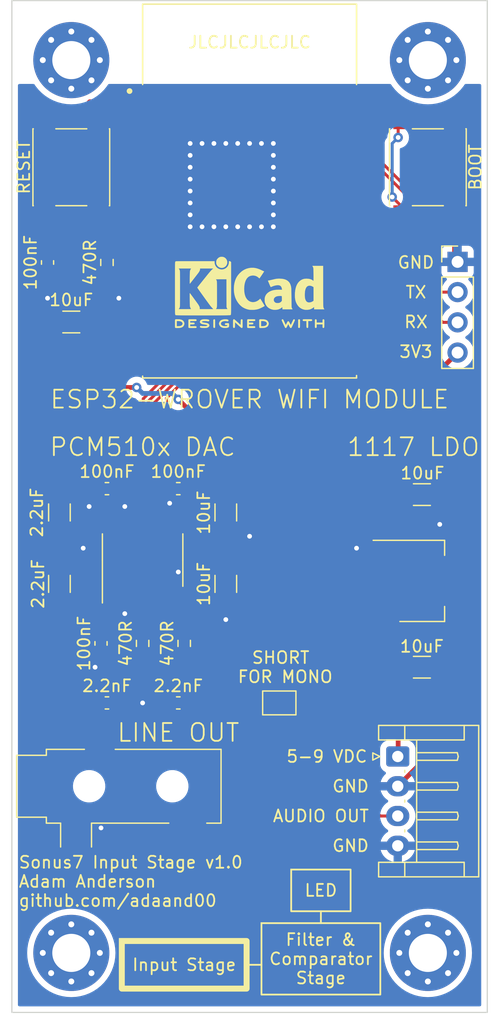
<source format=kicad_pcb>
(kicad_pcb (version 20211014) (generator pcbnew)
  (layers (0 "F.Cu" signal) (31 "B.Cu" signal) (34 "B.Paste" user) (35 "F.Paste" user) (36 "B.SilkS" user "B.Silkscreen") (37 "F.SilkS" user "F.Silkscreen") (38 "B.Mask" user) (39 "F.Mask" user) (44 "Edge.Cuts" user))
  (net 0 "")
  (net 1 "GND")
  (net 2 "+3V3")
  (net 3 "Net-(A1-Pad3)")
  (net 13 "/DIN")
  (net 15 "/LRCLK")
  (net 24 "Net-(A1-Pad25)")
  (net 27 "/MUTE")
  (net 30 "/RX")
  (net 31 "/TX")
  (net 33 "/BCLK")
  (net 34 "Net-(C8-Pad1)")
  (net 35 "Net-(C9-Pad1)")
  (net 36 "Net-(C9-Pad2)")
  (net 37 "Net-(C10-Pad1)")
  (net 38 "/RIGHT")
  (net 39 "/LEFT")
  (net 40 "+9V")
  (net 41 "Net-(R2-Pad1)")
  (net 42 "Net-(R3-Pad1)")
  (footprint "ESP-sound:ESP32-WROVER-I" (layer "F.Cu") (at 95 86)
    (fp_text reference "A1" hide)
    (fp_text value "ESP32-WROVER-I" hide)
    (pad "1" smd roundrect (at -8.81 -8.26) (size 1.45 0.93) (layers "F.Cu" "F.Paste" "F.Mask") (roundrect_rratio 0.23) (net 1 "GND"))
    (pad "2" smd roundrect (at -8.81 -6.99) (size 1.45 0.93) (layers "F.Cu" "F.Paste" "F.Mask") (roundrect_rratio 0.23) (net 2 "+3V3"))
    (pad "3" smd roundrect (at -8.81 -5.72) (size 1.45 0.93) (layers "F.Cu" "F.Paste" "F.Mask") (roundrect_rratio 0.23) (net 3 "Net-(A1-Pad3)"))
    (pad "4" smd roundrect (at -8.81 -4.45) (size 1.45 0.93) (layers "F.Cu" "F.Paste" "F.Mask") (roundrect_rratio 0.23))
    (pad "5" smd roundrect (at -8.81 -3.18) (size 1.45 0.93) (layers "F.Cu" "F.Paste" "F.Mask") (roundrect_rratio 0.23))
    (pad "6" smd roundrect (at -8.81 -1.91) (size 1.45 0.93) (layers "F.Cu" "F.Paste" "F.Mask") (roundrect_rratio 0.23))
    (pad "7" smd roundrect (at -8.81 -0.64) (size 1.45 0.93) (layers "F.Cu" "F.Paste" "F.Mask") (roundrect_rratio 0.23))
    (pad "8" smd roundrect (at -8.81 0.63) (size 1.45 0.93) (layers "F.Cu" "F.Paste" "F.Mask") (roundrect_rratio 0.23))
    (pad "9" smd roundrect (at -8.81 1.9) (size 1.45 0.93) (layers "F.Cu" "F.Paste" "F.Mask") (roundrect_rratio 0.23))
    (pad "10" smd roundrect (at -8.81 3.17) (size 1.45 0.93) (layers "F.Cu" "F.Paste" "F.Mask") (roundrect_rratio 0.23))
    (pad "11" smd roundrect (at -8.81 4.44) (size 1.45 0.93) (layers "F.Cu" "F.Paste" "F.Mask") (roundrect_rratio 0.23))
    (pad "12" smd roundrect (at -8.81 5.71) (size 1.45 0.93) (layers "F.Cu" "F.Paste" "F.Mask") (roundrect_rratio 0.23))
    (pad "13" smd roundrect (at -8.81 6.98) (size 1.45 0.93) (layers "F.Cu" "F.Paste" "F.Mask") (roundrect_rratio 0.23) (net 13 "/DIN"))
    (pad "14" smd roundrect (at -8.81 8.25) (size 1.45 0.93) (layers "F.Cu" "F.Paste" "F.Mask") (roundrect_rratio 0.23))
    (pad "15" smd roundrect (at -8.81 9.52) (size 1.45 0.93) (layers "F.Cu" "F.Paste" "F.Mask") (roundrect_rratio 0.23) (net 1 "GND"))
    (pad "16" smd roundrect (at -8.81 10.79) (size 1.45 0.93) (layers "F.Cu" "F.Paste" "F.Mask") (roundrect_rratio 0.23) (net 15 "/LRCLK"))
    (pad "17" smd roundrect (at -8.81 12.06) (size 1.45 0.93) (layers "F.Cu" "F.Paste" "F.Mask") (roundrect_rratio 0.23))
    (pad "18" smd roundrect (at -8.81 13.33) (size 1.45 0.93) (layers "F.Cu" "F.Paste" "F.Mask") (roundrect_rratio 0.23))
    (pad "19" smd roundrect (at -8.81 14.6) (size 1.45 0.93) (layers "F.Cu" "F.Paste" "F.Mask") (roundrect_rratio 0.23))
    (pad "20" smd roundrect (at 8.81 14.6 180) (size 1.45 0.93) (layers "F.Cu" "F.Paste" "F.Mask") (roundrect_rratio 0.23))
    (pad "21" smd roundrect (at 8.81 13.33 180) (size 1.45 0.93) (layers "F.Cu" "F.Paste" "F.Mask") (roundrect_rratio 0.23))
    (pad "22" smd roundrect (at 8.81 12.06 180) (size 1.45 0.93) (layers "F.Cu" "F.Paste" "F.Mask") (roundrect_rratio 0.23))
    (pad "23" smd roundrect (at 8.81 10.79 180) (size 1.45 0.93) (layers "F.Cu" "F.Paste" "F.Mask") (roundrect_rratio 0.23))
    (pad "24" smd roundrect (at 8.81 9.52 180) (size 1.45 0.93) (layers "F.Cu" "F.Paste" "F.Mask") (roundrect_rratio 0.23))
    (pad "25" smd roundrect (at 8.81 8.25 180) (size 1.45 0.93) (layers "F.Cu" "F.Paste" "F.Mask") (roundrect_rratio 0.23) (net 24 "Net-(A1-Pad25)"))
    (pad "26" smd roundrect (at 8.81 6.98 180) (size 1.45 0.93) (layers "F.Cu" "F.Paste" "F.Mask") (roundrect_rratio 0.23))
    (pad "27" smd roundrect (at 8.81 5.71 180) (size 1.45 0.93) (layers "F.Cu" "F.Paste" "F.Mask") (roundrect_rratio 0.23))
    (pad "28" smd roundrect (at 8.81 4.44 180) (size 1.45 0.93) (layers "F.Cu" "F.Paste" "F.Mask") (roundrect_rratio 0.23))
    (pad "29" smd roundrect (at 8.81 3.17 180) (size 1.45 0.93) (layers "F.Cu" "F.Paste" "F.Mask") (roundrect_rratio 0.23))
    (pad "30" smd roundrect (at 8.81 1.9 180) (size 1.45 0.93) (layers "F.Cu" "F.Paste" "F.Mask") (roundrect_rratio 0.23) (net 27 "/MUTE"))
    (pad "31" smd roundrect (at 8.81 0.63 180) (size 1.45 0.93) (layers "F.Cu" "F.Paste" "F.Mask") (roundrect_rratio 0.23))
    (pad "32" smd roundrect (at 8.81 -0.64 180) (size 1.45 0.93) (layers "F.Cu" "F.Paste" "F.Mask") (roundrect_rratio 0.23))
    (pad "33" smd roundrect (at 8.81 -1.91 180) (size 1.45 0.93) (layers "F.Cu" "F.Paste" "F.Mask") (roundrect_rratio 0.23))
    (pad "34" smd roundrect (at 8.81 -3.18 180) (size 1.45 0.93) (layers "F.Cu" "F.Paste" "F.Mask") (roundrect_rratio 0.23) (net 30 "/RX"))
    (pad "35" smd roundrect (at 8.81 -4.45 180) (size 1.45 0.93) (layers "F.Cu" "F.Paste" "F.Mask") (roundrect_rratio 0.23) (net 31 "/TX"))
    (pad "36" smd roundrect (at 8.81 -5.72 180) (size 1.45 0.93) (layers "F.Cu" "F.Paste" "F.Mask") (roundrect_rratio 0.23))
    (pad "37" smd roundrect (at 8.81 -6.99 180) (size 1.45 0.93) (layers "F.Cu" "F.Paste" "F.Mask") (roundrect_rratio 0.23) (net 33 "/BCLK"))
    (pad "38" smd roundrect (at 8.81 -8.26 180) (size 1.45 0.93) (layers "F.Cu" "F.Paste" "F.Mask") (roundrect_rratio 0.23) (net 1 "GND"))
    (pad "39" smd rect (at -1.38 -0.47) (size 4 4) (layers "F.Cu" "F.Mask") (net 1 "GND"))
    (zone (net 0) (net_name "") (layer "F.Cu") (connect_pads (clearance 0)) (min_thickness 0.01)
      (keepout (tracks not_allowed) (vias not_allowed) (pads not_allowed) (copperpour not_allowed) (footprints allowed))
      (fill (thermal_gap 0.508) (thermal_bridge_width 0.508))
      (polygon (pts (xy 85.96961 70.3) (xy 104 70.3) (xy 104 76.6686) (xy 85.96961 76.6686)))
    )
    (zone (net 0) (net_name "") (layer "B.Cu") (connect_pads (clearance 0)) (min_thickness 0.01)
      (keepout (tracks not_allowed) (vias not_allowed) (pads not_allowed) (copperpour not_allowed) (footprints allowed))
      (fill (thermal_gap 0.508) (thermal_bridge_width 0.508))
      (polygon (pts (xy 85.97126 70.3) (xy 104 70.3) (xy 104 76.67031) (xy 85.97126 76.67031)))
    )
  )
  (footprint "Resistor_SMD:R_0603_1608Metric_Pad0.98x0.95mm_HandSolder" (layer "F.Cu") (at 83 92 -90)
    (fp_text reference "R1" hide)
    (fp_text value "470R" (at 0 1.43 90) (layer "F.SilkS"))
    (pad "1" smd roundrect locked (at -0.9125 0 270) (size 0.975 0.95) (layers "F.Cu" "F.Paste" "F.Mask") (net 3 "Net-(A1-Pad3)"))
    (pad "2" smd roundrect locked (at 0.9125 0 270) (size 0.975 0.95) (layers "F.Cu" "F.Paste" "F.Mask") (net 2 "+3V3"))
  )
  (footprint "Package_TO_SOT_SMD:SOT-223-3_TabPin2" (layer "F.Cu") (at 109.5 118.75)
    (fp_text reference "U2" hide)
    (fp_text value "NCP1117-3.3_SOT223" hide)
    (pad "1" smd rect locked (at -3.15 -2.3) (size 2 1.5) (layers "F.Cu" "F.Paste" "F.Mask") (net 1 "GND"))
    (pad "2" smd rect locked (at -3.15 0) (size 2 1.5) (layers "F.Cu" "F.Paste" "F.Mask") (net 2 "+3V3"))
    (pad "2" smd rect locked (at 3.15 0) (size 2 3.8) (layers "F.Cu" "F.Paste" "F.Mask") (net 2 "+3V3"))
    (pad "3" smd rect locked (at -3.15 2.3) (size 2 1.5) (layers "F.Cu" "F.Paste" "F.Mask") (net 40 "+9V"))
  )
  (footprint "MountingHole:MountingHole_3.2mm_M3_Pad_Via" (layer "F.Cu") (at 80 150)
    (fp_text reference "REF**" hide)
    (fp_text value "MountingHole_3.2mm_M3_Pad_Via" hide)
    (pad "1" thru_hole circle locked (at 1.697056 1.697056) (size 0.8 0.8) (drill 0.5) (layers *.Cu *.Mask))
    (pad "1" thru_hole circle locked (at -1.697056 -1.697056) (size 0.8 0.8) (drill 0.5) (layers *.Cu *.Mask))
    (pad "1" thru_hole circle locked (at 1.697056 -1.697056) (size 0.8 0.8) (drill 0.5) (layers *.Cu *.Mask))
    (pad "1" thru_hole circle locked (at 2.4 0) (size 0.8 0.8) (drill 0.5) (layers *.Cu *.Mask))
    (pad "1" thru_hole circle locked (at 0 -2.4) (size 0.8 0.8) (drill 0.5) (layers *.Cu *.Mask))
    (pad "1" thru_hole circle locked (at -1.697056 1.697056) (size 0.8 0.8) (drill 0.5) (layers *.Cu *.Mask))
    (pad "1" thru_hole circle locked (at 0 0) (size 6.4 6.4) (drill 3.2) (layers *.Cu *.Mask))
    (pad "1" thru_hole circle locked (at 0 2.4) (size 0.8 0.8) (drill 0.5) (layers *.Cu *.Mask))
    (pad "1" thru_hole circle locked (at -2.4 0) (size 0.8 0.8) (drill 0.5) (layers *.Cu *.Mask))
  )
  (footprint "Package_SO:TSSOP-20_4.4x6.5mm_P0.65mm" (layer "F.Cu") (at 86 117 90)
    (fp_text reference "U1" hide)
    (fp_text value "PCM5100" hide)
    (pad "1" smd roundrect locked (at -2.8625 -2.925 90) (size 1.475 0.4) (layers "F.Cu" "F.Paste" "F.Mask") (net 2 "+3V3"))
    (pad "2" smd roundrect locked (at -2.8625 -2.275 90) (size 1.475 0.4) (layers "F.Cu" "F.Paste" "F.Mask") (net 35 "Net-(C9-Pad1)"))
    (pad "3" smd roundrect locked (at -2.8625 -1.625 90) (size 1.475 0.4) (layers "F.Cu" "F.Paste" "F.Mask") (net 1 "GND"))
    (pad "4" smd roundrect locked (at -2.8625 -0.975 90) (size 1.475 0.4) (layers "F.Cu" "F.Paste" "F.Mask") (net 36 "Net-(C9-Pad2)"))
    (pad "5" smd roundrect locked (at -2.8625 -0.325 90) (size 1.475 0.4) (layers "F.Cu" "F.Paste" "F.Mask") (net 34 "Net-(C8-Pad1)"))
    (pad "6" smd roundrect locked (at -2.8625 0.325 90) (size 1.475 0.4) (layers "F.Cu" "F.Paste" "F.Mask") (net 41 "Net-(R2-Pad1)"))
    (pad "7" smd roundrect locked (at -2.8625 0.975 90) (size 1.475 0.4) (layers "F.Cu" "F.Paste" "F.Mask") (net 42 "Net-(R3-Pad1)"))
    (pad "8" smd roundrect locked (at -2.8625 1.625 90) (size 1.475 0.4) (layers "F.Cu" "F.Paste" "F.Mask") (net 2 "+3V3"))
    (pad "9" smd roundrect locked (at -2.8625 2.275 90) (size 1.475 0.4) (layers "F.Cu" "F.Paste" "F.Mask") (net 1 "GND"))
    (pad "10" smd roundrect locked (at -2.8625 2.925 90) (size 1.475 0.4) (layers "F.Cu" "F.Paste" "F.Mask") (net 1 "GND"))
    (pad "11" smd roundrect locked (at 2.8625 2.925 90) (size 1.475 0.4) (layers "F.Cu" "F.Paste" "F.Mask") (net 1 "GND"))
    (pad "12" smd roundrect locked (at 2.8625 2.275 90) (size 1.475 0.4) (layers "F.Cu" "F.Paste" "F.Mask") (net 1 "GND"))
    (pad "13" smd roundrect locked (at 2.8625 1.625 90) (size 1.475 0.4) (layers "F.Cu" "F.Paste" "F.Mask") (net 33 "/BCLK"))
    (pad "14" smd roundrect locked (at 2.8625 0.975 90) (size 1.475 0.4) (layers "F.Cu" "F.Paste" "F.Mask") (net 13 "/DIN"))
    (pad "15" smd roundrect locked (at 2.8625 0.325 90) (size 1.475 0.4) (layers "F.Cu" "F.Paste" "F.Mask") (net 15 "/LRCLK"))
    (pad "16" smd roundrect locked (at 2.8625 -0.325 90) (size 1.475 0.4) (layers "F.Cu" "F.Paste" "F.Mask") (net 1 "GND"))
    (pad "17" smd roundrect locked (at 2.8625 -0.975 90) (size 1.475 0.4) (layers "F.Cu" "F.Paste" "F.Mask") (net 27 "/MUTE"))
    (pad "18" smd roundrect locked (at 2.8625 -1.625 90) (size 1.475 0.4) (layers "F.Cu" "F.Paste" "F.Mask") (net 37 "Net-(C10-Pad1)"))
    (pad "19" smd roundrect locked (at 2.8625 -2.275 90) (size 1.475 0.4) (layers "F.Cu" "F.Paste" "F.Mask") (net 1 "GND"))
    (pad "20" smd roundrect locked (at 2.8625 -2.925 90) (size 1.475 0.4) (layers "F.Cu" "F.Paste" "F.Mask") (net 2 "+3V3"))
  )
  (footprint "Capacitor_SMD:C_0603_1608Metric_Pad1.08x0.95mm_HandSolder" (layer "F.Cu") (at 82.5 124 -90)
    (fp_text reference "C3" hide)
    (fp_text value "100nF" (at 0 1.43 90) (layer "F.SilkS"))
    (pad "1" smd roundrect locked (at -0.8625 0 270) (size 1.075 0.95) (layers "F.Cu" "F.Paste" "F.Mask") (net 2 "+3V3"))
    (pad "2" smd roundrect locked (at 0.8625 0 270) (size 1.075 0.95) (layers "F.Cu" "F.Paste" "F.Mask") (net 1 "GND"))
  )
  (footprint "Button_Switch_SMD:SW_Push_1P1T_NO_6x6mm_H9.5mm" (layer "F.Cu") (at 110 84 -90)
    (fp_text reference "SW2" hide)
    (fp_text value "SW_Push" hide)
    (pad "1" smd rect locked (at -3.975 -2.25 270) (size 1.55 1.3) (layers "F.Cu" "F.Paste" "F.Mask") (net 1 "GND"))
    (pad "1" smd rect locked (at 3.975 -2.25 270) (size 1.55 1.3) (layers "F.Cu" "F.Paste" "F.Mask") (net 1 "GND"))
    (pad "2" smd rect locked (at -3.975 2.25 270) (size 1.55 1.3) (layers "F.Cu" "F.Paste" "F.Mask") (net 24 "Net-(A1-Pad25)"))
    (pad "2" smd rect locked (at 3.975 2.25 270) (size 1.55 1.3) (layers "F.Cu" "F.Paste" "F.Mask") (net 24 "Net-(A1-Pad25)"))
  )
  (footprint "Capacitor_SMD:C_1206_3216Metric_Pad1.33x1.80mm_HandSolder" (layer "F.Cu") (at 93 113 -90)
    (fp_text reference "C10" hide)
    (fp_text value "10uF" (at 0 1.85 90) (layer "F.SilkS"))
    (pad "1" smd roundrect locked (at -1.5625 0 270) (size 1.325 1.8) (layers "F.Cu" "F.Paste" "F.Mask") (roundrect_rratio 0.188679) (net 37 "Net-(C10-Pad1)"))
    (pad "2" smd roundrect locked (at 1.5625 0 270) (size 1.325 1.8) (layers "F.Cu" "F.Paste" "F.Mask") (roundrect_rratio 0.188679) (net 1 "GND"))
  )
  (footprint "Capacitor_SMD:C_1206_3216Metric_Pad1.33x1.80mm_HandSolder" (layer "F.Cu") (at 80 97 180)
    (fp_text reference "C4" hide)
    (fp_text value "10uF" (at 0 1.85) (layer "F.SilkS"))
    (pad "1" smd roundrect locked (at -1.5625 0 180) (size 1.325 1.8) (layers "F.Cu" "F.Paste" "F.Mask") (roundrect_rratio 0.188679) (net 2 "+3V3"))
    (pad "2" smd roundrect locked (at 1.5625 0 180) (size 1.325 1.8) (layers "F.Cu" "F.Paste" "F.Mask") (roundrect_rratio 0.188679) (net 1 "GND"))
  )
  (footprint "MountingHole:MountingHole_3.2mm_M3_Pad_Via" (layer "F.Cu") (at 110 150)
    (fp_text reference "REF**" hide)
    (fp_text value "MountingHole_3.2mm_M3_Pad_Via" hide)
    (pad "1" thru_hole circle locked (at -1.697056 -1.697056) (size 0.8 0.8) (drill 0.5) (layers *.Cu *.Mask))
    (pad "1" thru_hole circle locked (at 0 2.4) (size 0.8 0.8) (drill 0.5) (layers *.Cu *.Mask))
    (pad "1" thru_hole circle locked (at -1.697056 1.697056) (size 0.8 0.8) (drill 0.5) (layers *.Cu *.Mask))
    (pad "1" thru_hole circle locked (at 1.697056 1.697056) (size 0.8 0.8) (drill 0.5) (layers *.Cu *.Mask))
    (pad "1" thru_hole circle locked (at 0 0) (size 6.4 6.4) (drill 3.2) (layers *.Cu *.Mask))
    (pad "1" thru_hole circle locked (at 1.697056 -1.697056) (size 0.8 0.8) (drill 0.5) (layers *.Cu *.Mask))
    (pad "1" thru_hole circle locked (at 2.4 0) (size 0.8 0.8) (drill 0.5) (layers *.Cu *.Mask))
    (pad "1" thru_hole circle locked (at 0 -2.4) (size 0.8 0.8) (drill 0.5) (layers *.Cu *.Mask))
    (pad "1" thru_hole circle locked (at -2.4 0) (size 0.8 0.8) (drill 0.5) (layers *.Cu *.Mask))
  )
  (footprint "Capacitor_SMD:C_0603_1608Metric_Pad1.08x0.95mm_HandSolder" (layer "F.Cu") (at 83 129 180)
    (fp_text reference "C11" hide)
    (fp_text value "2.2nF" (at 0 1.43) (layer "F.SilkS"))
    (pad "1" smd roundrect locked (at -0.8625 0 180) (size 1.075 0.95) (layers "F.Cu" "F.Paste" "F.Mask") (net 1 "GND"))
    (pad "2" smd roundrect locked (at 0.8625 0 180) (size 1.075 0.95) (layers "F.Cu" "F.Paste" "F.Mask") (net 39 "/LEFT"))
  )
  (footprint "Connector_PinHeader_2.54mm:PinHeader_1x04_P2.54mm_Vertical" (layer "F.Cu") (at 112.5 91.95)
    (fp_text reference "J3" hide)
    (fp_text value "Conn_01x04_Male" hide)
    (pad "1" thru_hole rect locked (at 0 0) (size 1.7 1.7) (drill 1) (layers *.Cu *.Mask) (net 1 "GND"))
    (pad "2" thru_hole oval locked (at 0 2.54) (size 1.7 1.7) (drill 1) (layers *.Cu *.Mask) (net 31 "/TX"))
    (pad "3" thru_hole oval locked (at 0 5.08) (size 1.7 1.7) (drill 1) (layers *.Cu *.Mask) (net 30 "/RX"))
    (pad "4" thru_hole oval locked (at 0 7.62) (size 1.7 1.7) (drill 1) (layers *.Cu *.Mask) (net 2 "+3V3"))
  )
  (footprint "Capacitor_SMD:C_1206_3216Metric_Pad1.33x1.80mm_HandSolder" (layer "F.Cu") (at 109.5 126)
    (fp_text reference "C14" hide)
    (fp_text value "10uF" (at 0 -1.75) (layer "F.SilkS"))
    (pad "1" smd roundrect locked (at -1.5625 0) (size 1.325 1.8) (layers "F.Cu" "F.Paste" "F.Mask") (roundrect_rratio 0.188679) (net 40 "+9V"))
    (pad "2" smd roundrect locked (at 1.5625 0) (size 1.325 1.8) (layers "F.Cu" "F.Paste" "F.Mask") (roundrect_rratio 0.188679) (net 1 "GND"))
  )
  (footprint "Capacitor_SMD:C_0603_1608Metric_Pad1.08x0.95mm_HandSolder" (layer "F.Cu") (at 89 129 180)
    (fp_text reference "C12" hide)
    (fp_text value "2.2nF" (at 0 1.43) (layer "F.SilkS"))
    (pad "1" smd roundrect locked (at -0.8625 0 180) (size 1.075 0.95) (layers "F.Cu" "F.Paste" "F.Mask") (net 38 "/RIGHT"))
    (pad "2" smd roundrect locked (at 0.8625 0 180) (size 1.075 0.95) (layers "F.Cu" "F.Paste" "F.Mask") (net 1 "GND"))
  )
  (footprint "MountingHole:MountingHole_3.2mm_M3_Pad_Via" (layer "F.Cu") (at 110 75)
    (fp_text reference "REF**" hide)
    (fp_text value "MountingHole_3.2mm_M3_Pad_Via" hide)
    (pad "1" thru_hole circle locked (at 1.697056 -1.697056) (size 0.8 0.8) (drill 0.5) (layers *.Cu *.Mask))
    (pad "1" thru_hole circle locked (at 1.697056 1.697056) (size 0.8 0.8) (drill 0.5) (layers *.Cu *.Mask))
    (pad "1" thru_hole circle locked (at 2.4 0) (size 0.8 0.8) (drill 0.5) (layers *.Cu *.Mask))
    (pad "1" thru_hole circle locked (at -2.4 0) (size 0.8 0.8) (drill 0.5) (layers *.Cu *.Mask))
    (pad "1" thru_hole circle locked (at -1.697056 1.697056) (size 0.8 0.8) (drill 0.5) (layers *.Cu *.Mask))
    (pad "1" thru_hole circle locked (at 0 0) (size 6.4 6.4) (drill 3.2) (layers *.Cu *.Mask))
    (pad "1" thru_hole circle locked (at 0 -2.4) (size 0.8 0.8) (drill 0.5) (layers *.Cu *.Mask))
    (pad "1" thru_hole circle locked (at 0 2.4) (size 0.8 0.8) (drill 0.5) (layers *.Cu *.Mask))
    (pad "1" thru_hole circle locked (at -1.697056 -1.697056) (size 0.8 0.8) (drill 0.5) (layers *.Cu *.Mask))
  )
  (footprint "Button_Switch_SMD:SW_Push_1P1T_NO_6x6mm_H9.5mm" (layer "F.Cu") (at 80 84 90)
    (fp_text reference "SW1" hide)
    (fp_text value "SW_Push" hide)
    (pad "1" smd rect locked (at 3.975 -2.25 90) (size 1.55 1.3) (layers "F.Cu" "F.Paste" "F.Mask") (net 1 "GND"))
    (pad "1" smd rect locked (at -3.975 -2.25 90) (size 1.55 1.3) (layers "F.Cu" "F.Paste" "F.Mask") (net 1 "GND"))
    (pad "2" smd rect locked (at 3.975 2.25 90) (size 1.55 1.3) (layers "F.Cu" "F.Paste" "F.Mask") (net 3 "Net-(A1-Pad3)"))
    (pad "2" smd rect locked (at -3.975 2.25 90) (size 1.55 1.3) (layers "F.Cu" "F.Paste" "F.Mask") (net 3 "Net-(A1-Pad3)"))
  )
  (footprint "Capacitor_SMD:C_0603_1608Metric_Pad1.08x0.95mm_HandSolder" (layer "F.Cu") (at 83 111 180)
    (fp_text reference "C5" hide)
    (fp_text value "100nF" (at 0 1.43) (layer "F.SilkS"))
    (pad "1" smd roundrect locked (at -0.8625 0 180) (size 1.075 0.95) (layers "F.Cu" "F.Paste" "F.Mask") (net 2 "+3V3"))
    (pad "2" smd roundrect locked (at 0.8625 0 180) (size 1.075 0.95) (layers "F.Cu" "F.Paste" "F.Mask") (net 1 "GND"))
  )
  (footprint "Capacitor_SMD:C_1206_3216Metric_Pad1.33x1.80mm_HandSolder" (layer "F.Cu") (at 109.5 111.5)
    (fp_text reference "C15" hide)
    (fp_text value "10uF" (at 0.05 -1.8) (layer "F.SilkS"))
    (pad "1" smd roundrect locked (at -1.5625 0) (size 1.325 1.8) (layers "F.Cu" "F.Paste" "F.Mask") (roundrect_rratio 0.188679) (net 2 "+3V3"))
    (pad "2" smd roundrect locked (at 1.5625 0) (size 1.325 1.8) (layers "F.Cu" "F.Paste" "F.Mask") (roundrect_rratio 0.188679) (net 1 "GND"))
  )
  (footprint "MountingHole:MountingHole_3.2mm_M3_Pad_Via" (layer "F.Cu") (at 80 75)
    (fp_text reference "REF**" hide)
    (fp_text value "MountingHole_3.2mm_M3_Pad_Via" hide)
    (pad "1" thru_hole circle locked (at 2.4 0) (size 0.8 0.8) (drill 0.5) (layers *.Cu *.Mask))
    (pad "1" thru_hole circle locked (at -2.4 0) (size 0.8 0.8) (drill 0.5) (layers *.Cu *.Mask))
    (pad "1" thru_hole circle locked (at 1.697056 1.697056) (size 0.8 0.8) (drill 0.5) (layers *.Cu *.Mask))
    (pad "1" thru_hole circle locked (at 0 -2.4) (size 0.8 0.8) (drill 0.5) (layers *.Cu *.Mask))
    (pad "1" thru_hole circle locked (at -1.697056 -1.697056) (size 0.8 0.8) (drill 0.5) (layers *.Cu *.Mask))
    (pad "1" thru_hole circle locked (at -1.697056 1.697056) (size 0.8 0.8) (drill 0.5) (layers *.Cu *.Mask))
    (pad "1" thru_hole circle locked (at 0 0) (size 6.4 6.4) (drill 3.2) (layers *.Cu *.Mask))
    (pad "1" thru_hole circle locked (at 1.697056 -1.697056) (size 0.8 0.8) (drill 0.5) (layers *.Cu *.Mask))
    (pad "1" thru_hole circle locked (at 0 2.4) (size 0.8 0.8) (drill 0.5) (layers *.Cu *.Mask))
  )
  (footprint "Symbol:KiCad-Logo2_5mm_SilkScreen" (layer "F.Cu") (at 95 94.5)
    (fp_text reference "REF**" hide)
    (fp_text value "KiCad-Logo2_5mm_SilkScreen" hide)
  )
  (footprint "Resistor_SMD:R_0603_1608Metric_Pad0.98x0.95mm_HandSolder" (layer "F.Cu") (at 86 124 -90)
    (fp_text reference "R2" hide)
    (fp_text value "470R" (at 0 1.43 90) (layer "F.SilkS"))
    (pad "1" smd roundrect locked (at -0.9125 0 270) (size 0.975 0.95) (layers "F.Cu" "F.Paste" "F.Mask") (net 41 "Net-(R2-Pad1)"))
    (pad "2" smd roundrect locked (at 0.9125 0 270) (size 0.975 0.95) (layers "F.Cu" "F.Paste" "F.Mask") (net 39 "/LEFT"))
  )
  (footprint "Connector_Audio:Jack_3.5mm_CUI_SJ-3523-SMT_Horizontal" (layer "F.Cu") (at 84 136 90)
    (fp_text reference "J1" hide)
    (fp_text value "AudioJack3" hide)
    (pad "" np_thru_hole circle locked (at 0 -2.5 90) (size 1.7 1.7) (drill 1.7) (layers *.Cu *.Mask))
    (pad "" np_thru_hole circle locked (at 0 4.5 90) (size 1.7 1.7) (drill 1.7) (layers *.Cu *.Mask))
    (pad "R" smd rect locked (at 3.7 -1.6 90) (size 2.8 2.2) (layers "F.Cu" "F.Paste" "F.Mask") (net 38 "/RIGHT"))
    (pad "S" smd rect locked (at -3.7 -3.6 90) (size 2.8 2.2) (layers "F.Cu" "F.Paste" "F.Mask") (net 1 "GND"))
    (pad "T" smd rect locked (at -3.7 5.8 90) (size 2.8 2.8) (layers "F.Cu" "F.Paste" "F.Mask") (net 39 "/LEFT"))
  )
  (footprint "Capacitor_SMD:C_1206_3216Metric_Pad1.33x1.80mm_HandSolder" (layer "F.Cu") (at 79 119 90)
    (fp_text reference "C9" hide)
    (fp_text value "2.2uF" (at 0 -1.8 90) (layer "F.SilkS"))
    (pad "1" smd roundrect locked (at -1.5625 0 90) (size 1.325 1.8) (layers "F.Cu" "F.Paste" "F.Mask") (roundrect_rratio 0.188679) (net 35 "Net-(C9-Pad1)"))
    (pad "2" smd roundrect locked (at 1.5625 0 90) (size 1.325 1.8) (layers "F.Cu" "F.Paste" "F.Mask") (roundrect_rratio 0.188679) (net 36 "Net-(C9-Pad2)"))
  )
  (footprint "Resistor_SMD:R_0603_1608Metric_Pad0.98x0.95mm_HandSolder" (layer "F.Cu") (at 89.5 124 -90)
    (fp_text reference "R3" hide)
    (fp_text value "470R" (at 0 1.43 90) (layer "F.SilkS"))
    (pad "1" smd roundrect locked (at -0.9125 0 270) (size 0.975 0.95) (layers "F.Cu" "F.Paste" "F.Mask") (net 42 "Net-(R3-Pad1)"))
    (pad "2" smd roundrect locked (at 0.9125 0 270) (size 0.975 0.95) (layers "F.Cu" "F.Paste" "F.Mask") (net 38 "/RIGHT"))
  )
  (footprint "Capacitor_SMD:C_0603_1608Metric_Pad1.08x0.95mm_HandSolder" (layer "F.Cu") (at 78 92 -90)
    (fp_text reference "C7" hide)
    (fp_text value "100nF" (at 0 1.43 90) (layer "F.SilkS"))
    (pad "1" smd roundrect locked (at -0.8625 0 270) (size 1.075 0.95) (layers "F.Cu" "F.Paste" "F.Mask") (net 2 "+3V3"))
    (pad "2" smd roundrect locked (at 0.8625 0 270) (size 1.075 0.95) (layers "F.Cu" "F.Paste" "F.Mask") (net 1 "GND"))
  )
  (footprint "Connector_JST:JST_EH_S4B-EH_1x04_P2.50mm_Horizontal" (layer "F.Cu") (at 107.4675 133.5 -90)
    (fp_text reference "J2" hide)
    (fp_text value "Conn_01x04_Male" hide)
    (pad "1" thru_hole roundrect locked (at 0 0 270) (size 1.7 1.95) (drill 0.95) (layers *.Cu *.Mask) (roundrect_rratio 0.147059) (net 40 "+9V"))
    (pad "2" thru_hole oval locked (at 2.5 0 270) (size 1.7 1.95) (drill 0.95) (layers *.Cu *.Mask) (net 1 "GND"))
    (pad "3" thru_hole oval locked (at 5 0 270) (size 1.7 1.95) (drill 0.95) (layers *.Cu *.Mask) (net 39 "/LEFT"))
    (pad "4" thru_hole oval locked (at 7.5 0 270) (size 1.7 1.95) (drill 0.95) (layers *.Cu *.Mask) (net 1 "GND"))
  )
  (footprint "Jumper:SolderJumper-2_P1.3mm_Open_TrianglePad1.0x1.5mm" (layer "F.Cu") (at 97.5 129)
    (fp_text reference "JP1" hide)
    (fp_text value "SolderJumper_2_Open" hide)
    (pad "1" smd custom locked (at -0.725 0) (size 0.3 0.3) (layers "F.Cu" "F.Mask") (net 38 "/RIGHT") (options (clearance outline) (anchor rect)) (primitives (gr_poly (pts (xy 1 0) (xy 0.5 0.75) (xy -0.5 0.75) (xy -0.5 -0.75) (xy 0.5 -0.75)) (width 0) (fill yes))))
    (pad "2" smd custom locked (at 0.725 0) (size 0.3 0.3) (layers "F.Cu" "F.Mask") (net 39 "/LEFT") (options (clearance outline) (anchor rect)) (primitives (gr_poly (pts (xy 0.5 0.75) (xy -0.65 0.75) (xy -0.15 0) (xy -0.65 -0.75) (xy 0.5 -0.75)) (width 0) (fill yes))))
  )
  (footprint "Capacitor_SMD:C_1206_3216Metric_Pad1.33x1.80mm_HandSolder" (layer "F.Cu") (at 93 119 -90)
    (fp_text reference "C2" hide)
    (fp_text value "10uF" (at 0 1.85 90) (layer "F.SilkS"))
    (pad "1" smd roundrect locked (at -1.5625 0 270) (size 1.325 1.8) (layers "F.Cu" "F.Paste" "F.Mask") (roundrect_rratio 0.188679) (net 2 "+3V3"))
    (pad "2" smd roundrect locked (at 1.5625 0 270) (size 1.325 1.8) (layers "F.Cu" "F.Paste" "F.Mask") (roundrect_rratio 0.188679) (net 1 "GND"))
  )
  (footprint "Capacitor_SMD:C_1206_3216Metric_Pad1.33x1.80mm_HandSolder" (layer "F.Cu") (at 79 113 -90)
    (fp_text reference "C8" hide)
    (fp_text value "2.2uF" (at 0 1.9 90) (layer "F.SilkS"))
    (pad "1" smd roundrect locked (at -1.5625 0 270) (size 1.325 1.8) (layers "F.Cu" "F.Paste" "F.Mask") (roundrect_rratio 0.188679) (net 34 "Net-(C8-Pad1)"))
    (pad "2" smd roundrect locked (at 1.5625 0 270) (size 1.325 1.8) (layers "F.Cu" "F.Paste" "F.Mask") (roundrect_rratio 0.188679) (net 1 "GND"))
  )
  (footprint "Capacitor_SMD:C_0603_1608Metric_Pad1.08x0.95mm_HandSolder" (layer "F.Cu") (at 89 111 180)
    (fp_text reference "C13" hide)
    (fp_text value "100nF" (at 0 1.43) (layer "F.SilkS"))
    (pad "1" smd roundrect locked (at -0.8625 0 180) (size 1.075 0.95) (layers "F.Cu" "F.Paste" "F.Mask") (net 37 "Net-(C10-Pad1)"))
    (pad "2" smd roundrect locked (at 0.8625 0 180) (size 1.075 0.95) (layers "F.Cu" "F.Paste" "F.Mask") (net 1 "GND"))
  )
  (gr_rect (start 96 147.5) (end 106 153.5) (layer "F.SilkS") (width 0.15) (fill none))
  (gr_rect (start 84.25 149) (end 94.75 153) (layer "F.SilkS") (width 0.5) (fill none))
  (gr_rect (start 98.5 143) (end 103.5 146.5) (layer "F.SilkS") (width 0.15) (fill none))
  (gr_line (start 101 146.5) (end 101 147.5) (layer "F.SilkS") (width 0.15))
  (gr_line (start 94.75 151) (end 96 151) (layer "F.SilkS") (width 0.15))
  (gr_rect (start 75 70) (end 115 155) (layer "Edge.Cuts") (width 0.1) (fill none))
  (gr_text "3V3" (at 109 99.5) (layer "F.SilkS") (effects (font (size 1 1))))
  (gr_text "JLCJLCJLCJLC" (at 95 73.5) (layer "F.SilkS") (effects (font (size 1 1))))
  (gr_text "TX" (at 109 94.5) (layer "F.SilkS") (effects (font (size 1 1))))
  (gr_text "BOOT" (at 114 84 90) (layer "F.SilkS") (effects (font (size 1 1))))
  (gr_text "Input Stage" (at 89.5 151) (layer "F.SilkS") (effects (font (size 1 1))))
  (gr_text "LED" (at 101 144.75) (layer "F.SilkS") (effects (font (size 1 1))))
  (gr_text "5-9 VDC" (at 101.5 133.5) (layer "F.SilkS") (effects (font (size 1 1))))
  (gr_text "SHORT \nFOR MONO" (at 98 126) (layer "F.SilkS") (effects (font (size 1 1))))
  (gr_text "RESET\n" (at 76 84 90) (layer "F.SilkS") (effects (font (size 1 1))))
  (gr_text "ESP32-WROVER WIFI MODULE" (at 95 103.5) (layer "F.SilkS") (effects (font (size 1.5 1.5))))
  (gr_text "GND" (at 103.5 136) (layer "F.SilkS") (effects (font (size 1 1))))
  (gr_text "PCM510x DAC" (at 86 107.5) (layer "F.SilkS") (effects (font (size 1.5 1.5))))
  (gr_text "RX" (at 109 97) (layer "F.SilkS") (effects (font (size 1 1))))
  (gr_text "GND" (at 103.5 141) (layer "F.SilkS") (effects (font (size 1 1))))
  (gr_text "AUDIO OUT" (at 101 138.5) (layer "F.SilkS") (effects (font (size 1 1))))
  (gr_text "GND" (at 109 92) (layer "F.SilkS") (effects (font (size 1 1))))
  (gr_text "Sonus7 Input Stage v1.0\nAdam Anderson\ngithub.com/adaand00" (at 75.5 144) (layer "F.SilkS") (effects (font (size 1 1)) (justify left)))
  (gr_text "Filter &\nComparator\nStage" (at 101 150.5) (layer "F.SilkS") (effects (font (size 1 1))))
  (gr_text "1117 LDO" (at 108.788748 107.5) (layer "F.SilkS") (effects (font (size 1.5 1.5))))
  (gr_text "LINE OUT" (at 89 131.5) (layer "F.SilkS") (effects (font (size 1.5 1.5))))
  (segment (start 93 120.5625) (end 93 122) (width 0.25) (layer "F.Cu") (net 1))
  (segment (start 88.275 111.1375) (end 88.1375 111) (width 0.25) (layer "F.Cu") (net 1))
  (segment (start 106.35 116.45) (end 104.45 116.45) (width 0.4) (layer "F.Cu") (net 1))
  (segment (start 84.52 95.52) (end 84 95) (width 0.4) (layer "F.Cu") (net 1))
  (segment (start 78.4375 97) (end 78.4375 95.4375) (width 0.4) (layer "F.Cu") (net 1))
  (segment (start 76 93) (end 77 94) (width 0.4) (layer "F.Cu") (net 1))
  (segment (start 86.19 95.52) (end 84.52 95.52) (width 0.4) (layer "F.Cu") (net 1))
  (segment (start 85.675 113.175) (end 85 112.5) (width 0.25) (layer "F.Cu") (net 1))
  (segment (start 90 80) (end 90 82) (width 0.4) (layer "F.Cu") (net 1))
  (segment (start 88.1375 129) (end 83.8625 129) (width 0.4) (layer "F.Cu") (net 1))
  (segment (start 111.0625 111.5) (end 111.0625 113.9375) (width 0.4) (layer "F.Cu") (net 1))
  (segment (start 82.5 124.8625) (end 82.5 125.5) (width 0.4) (layer "F.Cu") (net 1))
  (segment (start 101.26 77.74) (end 97 82) (width 0.4) (layer "F.Cu") (net 1))
  (segment (start 88.925 119.8625) (end 88.925 118.075) (width 0.25) (layer "F.Cu") (net 1))
  (segment (start 111.0625 113.9375) (end 111 114) (width 0.4) (layer "F.Cu") (net 1))
  (segment (start 82.5 125.5) (end 82 126) (width 0.4) (layer "F.Cu") (net 1))
  (segment (start 83.725 113.275) (end 84.5 112.5) (width 0.25) (layer "F.Cu") (net 1))
  (segment (start 80.4 139.7) (end 82.3 139.7) (width 0.25) (layer "F.Cu") (net 1))
  (segment (start 78 92.8625) (end 78 94) (width 0.4) (layer "F.Cu") (net 1))
  (segment (start 111.0625 132.405) (end 111.0625 126) (width 0.4) (layer "F.Cu") (net 1))
  (segment (start 82.3 139.7) (end 82.5 139.5) (width 0.25) (layer "F.Cu") (net 1))
  (segment (start 82.1375 111.8625) (end 81.5 112.5) (width 0.25) (layer "F.Cu") (net 1))
  (segment (start 88.275 119.8625) (end 88.925 119.8625) (width 0.25) (layer "F.Cu") (net 1))
  (segment (start 80.4375 116) (end 81 116) (width 0.25) (layer "F.Cu") (net 1))
  (segment (start 84.375 121.375) (end 84.5 121.5) (width 0.25) (layer "F.Cu") (net 1))
  (segment (start 77.75 80.025) (end 77.75 87.975) (width 0.4) (layer "F.Cu") (net 1))
  (segment (start 94.5625 114.5625) (end 95 115) (width 0.25) (layer "F.Cu") (net 1))
  (segment (start 103.81 77.74) (end 101.26 77.74) (width 0.4) (layer "F.Cu") (net 1))
  (segment (start 107.4675 136) (end 111.0625 132.405) (width 0.4) (layer "F.Cu") (net 1))
  (segment (start 112.25 80.025) (end 112.25 91.7) (width 0.4) (layer "F.Cu") (net 1))
  (segment (start 87.74 77.74) (end 90 80) (width 0.4) (layer "F.Cu") (net 1))
  (segment (start 85.675 114.1375) (end 85.675 113.175) (width 0.25) (layer "F.Cu") (net 1))
  (segment (start 93 114.5625) (end 94.5625 114.5625) (width 0.25) (layer "F.Cu") (net 1))
  (segment (start 104.45 116.45) (end 104 116) (width 0.4) (layer "F.Cu") (net 1))
  (segment (start 88.925 118.075) (end 89 118) (width 0.25) (layer "F.Cu") (net 1))
  (segment (start 82.1375 111) (end 82.1375 111.8625) (width 0.25) (layer "F.Cu") (net 1))
  (segment (start 78 94) (end 78 95) (width 0.4) (layer "F.Cu") (net 1))
  (segment (start 112.25 91.7) (end 112.5 91.95) (width 0.4) (layer "F.Cu") (net 1))
  (segment (start 88.275 114.1375) (end 88.275 112.225) (width 0.25) (layer "F.Cu") (net 1))
  (segment (start 77 94) (end 78 94) (width 0.4) (layer "F.Cu") (net 1))
  (segment (start 79 114.5625) (end 80.4375 116) (width 0.25) (layer "F.Cu") (net 1))
  (segment (start 77.75 87.975) (end 76 89.725) (width 0.4) (layer "F.Cu") (net 1))
  (segment (start 78.4375 95.4375) (end 78 95) (width 0.4) (layer "F.Cu") (net 1))
  (segment (start 88.925 114.1375) (end 88.275 114.1375) (width 0.25) (layer "F.Cu") (net 1))
  (segment (start 85 112.5) (end 84.5 112.5) (width 0.25) (layer "F.Cu") (net 1))
  (segment (start 76 89.725) (end 76 93) (width 0.4) (layer "F.Cu") (net 1))
  (segment (start 83.725 114.1375) (end 83.725 113.275) (width 0.25) (layer "F.Cu") (net 1))
  (segment (start 86.19 77.74) (end 87.74 77.74) (width 0.4) (layer "F.Cu") (net 1))
  (segment (start 84.375 119.8625) (end 84.375 121.375) (width 0.25) (layer "F.Cu") (net 1))
  (segment (start 88.275 112.225) (end 88.275 111.1375) (width 0.25) (layer "F.Cu") (net 1))
  (via (at 97 89) (size 0.8) (drill 0.4) (layers "F.Cu" "B.Cu") (net 1))
  (via (at 95 89) (size 0.8) (drill 0.4) (layers "F.Cu" "B.Cu") (net 1))
  (via (at 94 89) (size 0.8) (drill 0.4) (layers "F.Cu" "B.Cu") (net 1))
  (via (at 97 86) (size 0.8) (drill 0.4) (layers "F.Cu" "B.Cu") (net 1))
  (via (at 93 89) (size 0.8) (drill 0.4) (layers "F.Cu" "B.Cu") (net 1))
  (via (at 90 82) (size 0.8) (drill 0.4) (layers "F.Cu" "B.Cu") (net 1))
  (via (at 91 82) (size 0.8) (drill 0.4) (layers "F.Cu" "B.Cu") (net 1))
  (via (at 97 82) (size 0.8) (drill 0.4) (layers "F.Cu" "B.Cu") (net 1))
  (via (at 90 89) (size 0.8) (drill 0.4) (layers "F.Cu" "B.Cu") (net 1))
  (via (at 90 83) (size 0.8) (drill 0.4) (layers "F.Cu" "B.Cu") (net 1))
  (via (at 89 118) (size 0.8) (drill 0.4) (layers "F.Cu" "B.Cu") (net 1))
  (via (at 90 84) (size 0.8) (drill 0.4) (layers "F.Cu" "B.Cu") (net 1))
  (via (at 111 114) (size 0.8) (drill 0.4) (layers "F.Cu" "B.Cu") (net 1))
  (via (at 95 115) (size 0.8) (drill 0.4) (layers "F.Cu" "B.Cu") (net 1))
  (via (at 104 116) (size 0.8) (drill 0.4) (layers "F.Cu" "B.Cu") (net 1))
  (via (at 97 85) (size 0.8) (drill 0.4) (layers "F.Cu" "B.Cu") (net 1))
  (via (at 95 82) (size 0.8) (drill 0.4) (layers "F.Cu" "B.Cu") (net 1))
  (via (at 84 95) (size 0.8) (drill 0.4) (layers "F.Cu" "B.Cu") (net 1))
  (via (at 94 82) (size 0.8) (drill 0.4) (layers "F.Cu" "B.Cu") (net 1))
  (via (at 90 87) (size 0.8) (drill 0.4) (layers "F.Cu" "B.Cu") (net 1))
  (via (at 97 88) (size 0.8) (drill 0.4) (layers "F.Cu" "B.Cu") (net 1))
  (via (at 97 87) (size 0.8) (drill 0.4) (layers "F.Cu" "B.Cu") (net 1))
  (via (at 82 126) (size 0.8) (drill 0.4) (layers "F.Cu" "B.Cu") (net 1))
  (via (at 84.5 121.5) (size 0.8) (drill 0.4) (layers "F.Cu" "B.Cu") (net 1))
  (via (at 90 88) (size 0.8) (drill 0.4) (layers "F.Cu" "B.Cu") (net 1))
  (via (at 96 82) (size 0.8) (drill 0.4) (layers "F.Cu" "B.Cu") (net 1))
  (via (at 91 89) (size 0.8) (drill 0.4) (layers "F.Cu" "B.Cu") (net 1))
  (via (at 78 95) (size 0.8) (drill 0.4) (layers "F.Cu" "B.Cu") (net 1))
  (via (at 86 129) (size 0.8) (drill 0.4) (layers "F.Cu" "B.Cu") (net 1))
  (via (at 84.5 112.5) (size 0.8) (drill 0.4) (layers "F.Cu" "B.Cu") (net 1))
  (via (at 93 122) (size 0.8) (drill 0.4) (layers "F.Cu" "B.Cu") (net 1))
  (via (at 92 89) (size 0.8) (drill 0.4) (layers "F.Cu" "B.Cu") (net 1))
  (via (at 82.5 139.5) (size 0.8) (drill 0.4) (layers "F.Cu" "B.Cu") (net 1))
  (via (at 93 82) (size 0.8) (drill 0.4) (layers "F.Cu" "B.Cu") (net 1))
  (via (at 97 83) (size 0.8) (drill 0.4) (layers "F.Cu" "B.Cu") (net 1))
  (via (at 81.5 112.5) (size 0.8) (drill 0.4) (layers "F.Cu" "B.Cu") (net 1))
  (via (at 90 86) (size 0.8) (drill 0.4) (layers "F.Cu" "B.Cu") (net 1))
  (via (at 88.275 112.225) (size 0.8) (drill 0.4) (layers "F.Cu" "B.Cu") (net 1))
  (via (at 92 82) (size 0.8) (drill 0.4) (layers "F.Cu" "B.Cu") (net 1))
  (via (at 96 89) (size 0.8) (drill 0.4) (layers "F.Cu" "B.Cu") (net 1))
  (via (at 97 84) (size 0.8) (drill 0.4) (layers "F.Cu" "B.Cu") (net 1))
  (via (at 81 116) (size 0.8) (drill 0.4) (layers "F.Cu" "B.Cu") (net 1))
  (via (at 90 85) (size 0.8) (drill 0.4) (layers "F.Cu" "B.Cu") (net 1))
  (segment (start 90.9 121.1) (end 90.9 119.5375) (width 0.25) (layer "F.Cu") (net 2))
  (segment (start 87.625 120.564643) (end 88.160357 121.1) (width 0.25) (layer "F.Cu") (net 2))
  (segment (start 85.5 102.5) (end 84.5 102.5) (width 0.4) (layer "F.Cu") (net 2))
  (segment (start 84.5 102.5) (end 83.8625 103.1375) (width 0.4) (layer "F.Cu") (net 2))
  (segment (start 81.550978 78.5) (end 84 78.5) (width 0.4) (layer "F.Cu") (net 2))
  (segment (start 80 80.050978) (end 81.550978 78.5) (width 0.4) (layer "F.Cu") (net 2))
  (segment (start 78 91.1375) (end 78.1375 91) (width 0.4) (layer "F.Cu") (net 2))
  (segment (start 84.5 102.5) (end 81.5625 99.5625) (width 0.4) (layer "F.Cu") (net 2))
  (segment (start 80 95.4375) (end 80 89.9125) (width 0.4) (layer "F.Cu") (net 2))
  (segment (start 106.35 118.75) (end 94.3125 118.75) (width 0.4) (layer "F.Cu") (net 2))
  (segment (start 78.1375 91) (end 80 91) (width 0.4) (layer "F.Cu") (net 2))
  (segment (start 90.9 119.5375) (end 93 117.4375) (width 0.25) (layer "F.Cu") (net 2))
  (segment (start 84 78.5) (end 84.51 79.01) (width 0.4) (layer "F.Cu") (net 2))
  (segment (start 108.25 118.75) (end 106.35 118.75) (width 0.4) (layer "F.Cu") (net 2))
  (segment (start 83.075 122.5625) (end 82.5 123.1375) (width 0.25) (layer "F.Cu") (net 2))
  (segment (start 90.9 122.969816) (end 90.9 121.1) (width 0.25) (layer "F.Cu") (net 2))
  (segment (start 83.3625 124) (end 89.869816 124) (width 0.25) (layer "F.Cu") (net 2))
  (segment (start 107.9375 104.1325) (end 112.5 99.57) (width 0.4) (layer "F.Cu") (net 2))
  (segment (start 88.160357 121.1) (end 90.9 121.1) (width 0.25) (layer "F.Cu") (net 2))
  (segment (start 81.5625 97) (end 80 95.4375) (width 0.4) (layer "F.Cu") (net 2))
  (segment (start 107.9375 106.0625) (end 107.9375 104.1325) (width 0.4) (layer "F.Cu") (net 2))
  (segment (start 80 89.9125) (end 80 80.050978) (width 0.4) (layer "F.Cu") (net 2))
  (segment (start 89 103.5) (end 91.5625 106.0625) (width 0.4) (layer "F.Cu") (net 2))
  (segment (start 91.5625 106.0625) (end 107.9375 106.0625) (width 0.4) (layer "F.Cu") (net 2))
  (segment (start 83.075 119.8625) (end 83.075 122.5625) (width 0.25) (layer "F.Cu") (net 2))
  (segment (start 108.25 118.75) (end 107.9375 118.4375) (width 0.4) (layer "F.Cu") (net 2))
  (segment (start 81.5625 99.5625) (end 81.5625 97) (width 0.4) (layer "F.Cu") (net 2))
  (segment (start 83.8625 103.1375) (end 83.8625 111) (width 0.4) (layer "F.Cu") (net 2))
  (segment (start 107.9375 111.5) (end 107.9375 106.0625) (width 0.4) (layer "F.Cu") (net 2))
  (segment (start 84.51 79.01) (end 86.19 79.01) (width 0.4) (layer "F.Cu") (net 2))
  (segment (start 112.65 118.75) (end 108.25 118.75) (width 0.4) (layer "F.Cu") (net 2))
  (segment (start 83 92.9125) (end 80 92.9125) (width 0.4) (layer "F.Cu") (net 2))
  (segment (start 107.9375 118.4375) (end 107.9375 111.5) (width 0.4) (layer "F.Cu") (net 2))
  (segment (start 82.5 123.1375) (end 83.3625 124) (width 0.25) (layer "F.Cu") (net 2))
  (segment (start 94.3125 118.75) (end 93 117.4375) (width 0.4) (layer "F.Cu") (net 2))
  (segment (start 89.869816 124) (end 90.9 122.969816) (width 0.25) (layer "F.Cu") (net 2))
  (segment (start 83.075 111.7875) (end 83.8625 111) (width 0.25) (layer "F.Cu") (net 2))
  (segment (start 87.625 119.8625) (end 87.625 120.564643) (width 0.25) (layer "F.Cu") (net 2))
  (segment (start 80 92.9125) (end 80 89.9125) (width 0.4) (layer "F.Cu") (net 2))
  (segment (start 83.075 114.1375) (end 83.075 111.7875) (width 0.25) (layer "F.Cu") (net 2))
  (via (at 85.5 102.5) (size 0.8) (drill 0.4) (layers "F.Cu" "B.Cu") (net 2))
  (via (at 89 103.5) (size 0.8) (drill 0.4) (layers "F.Cu" "B.Cu") (net 2))
  (segment (start 86 103) (end 88.5 103) (width 0.4) (layer "B.Cu") (net 2))
  (segment (start 85.5 102.5) (end 86 103) (width 0.4) (layer "B.Cu") (net 2))
  (segment (start 88.5 103) (end 89 103.5) (width 0.4) (layer "B.Cu") (net 2))
  (segment (start 82.25 90.3375) (end 82.25 87.975) (width 0.25) (layer "F.Cu") (net 3))
  (segment (start 82.25 87.975) (end 82.25 80.025) (width 0.25) (layer "F.Cu") (net 3))
  (segment (start 85.935 80.025) (end 82.25 80.025) (width 0.25) (layer "F.Cu") (net 3))
  (segment (start 86.19 80.28) (end 85.935 80.025) (width 0.25) (layer "F.Cu") (net 3))
  (segment (start 83 91.0875) (end 82.25 90.3375) (width 0.25) (layer "F.Cu") (net 3))
  (segment (start 88.44952 101.686197) (end 88.44952 93.94952) (width 0.25) (layer "F.Cu") (net 13))
  (segment (start 86.5 112.135718) (end 86.5 103.635717) (width 0.25) (layer "F.Cu") (net 13))
  (segment (start 86.975 114.1375) (end 86.975 112.610718) (width 0.25) (layer "F.Cu") (net 13))
  (segment (start 87.48 92.98) (end 86.19 92.98) (width 0.25) (layer "F.Cu") (net 13))
  (segment (start 88.44952 93.94952) (end 87.48 92.98) (width 0.25) (layer "F.Cu") (net 13))
  (segment (start 86.975 112.610718) (end 86.5 112.135718) (width 0.25) (layer "F.Cu") (net 13))
  (segment (start 86.5 103.635717) (end 88.44952 101.686197) (width 0.25) (layer "F.Cu") (net 13))
  (segment (start 86.05048 112.321916) (end 86.05048 103.44952) (width 0.25) (layer "F.Cu") (net 15))
  (segment (start 86.325 112.596436) (end 86.05048 112.321916) (width 0.25) (layer "F.Cu") (net 15))
  (segment (start 88 97.5) (end 87.29 96.79) (width 0.25) (layer "F.Cu") (net 15))
  (segment (start 88 101.5) (end 88 97.5) (width 0.25) (layer "F.Cu") (net 15))
  (segment (start 86.325 114.1375) (end 86.325 112.596436) (width 0.25) (layer "F.Cu") (net 15))
  (segment (start 86.05048 103.44952) (end 88 101.5) (width 0.25) (layer "F.Cu") (net 15))
  (segment (start 87.29 96.79) (end 86.19 96.79) (width 0.25) (layer "F.Cu") (net 15))
  (segment (start 107.5 80.275) (end 107.75 80.025) (width 0.25) (layer "F.Cu") (net 24))
  (segment (start 103.81 94.25) (end 104.06364 94.25) (width 0.25) (layer "F.Cu") (net 24))
  (segment (start 107.5 81.5) (end 107.5 80.275) (width 0.25) (layer "F.Cu") (net 24))
  (segment (start 107.75 87.975) (end 107.75 87.25) (width 0.25) (layer "F.Cu") (net 24))
  (segment (start 107.75 87.25) (end 107 86.5) (width 0.25) (layer "F.Cu") (net 24))
  (segment (start 107.75 90.56364) (end 107.75 87.975) (width 0.25) (layer "F.Cu") (net 24))
  (segment (start 104.06364 94.25) (end 107.75 90.56364) (width 0.25) (layer "F.Cu") (net 24))
  (via (at 107 86.5) (size 0.8) (drill 0.4) (layers "F.Cu" "B.Cu") (net 24))
  (via (at 107.5 81.5) (size 0.8) (drill 0.4) (layers "F.Cu" "B.Cu") (net 24))
  (segment (start 107 86.5) (end 107 82) (width 0.25) (layer "B.Cu") (net 24))
  (segment (start 107 82) (end 107.5 81.5) (width 0.25) (layer "B.Cu") (net 24))
  (segment (start 88.99952 110.529704) (end 88 109.530184) (width 0.25) (layer "F.Cu") (net 27))
  (segment (start 89.5 115) (end 89.5 111.969816) (width 0.25) (layer "F.Cu") (net 27))
  (segment (start 89.34856 100.65144) (end 102.1 87.9) (width 0.25) (layer "F.Cu") (net 27))
  (segment (start 85.699639 115.5) (end 89 115.5) (width 0.25) (layer "F.Cu") (net 27))
  (segment (start 89 115.5) (end 89.5 115) (width 0.25) (layer "F.Cu") (net 27))
  (segment (start 102.1 87.9) (end 103.81 87.9) (width 0.25) (layer "F.Cu") (net 27))
  (segment (start 88.99952 111.469336) (end 88.99952 110.529704) (width 0.25) (layer "F.Cu") (net 27))
  (segment (start 85.025 114.825361) (end 85.699639 115.5) (width 0.25) (layer "F.Cu") (net 27))
  (segment (start 88 109.530184) (end 88 103.407153) (width 0.25) (layer "F.Cu") (net 27))
  (segment (start 89.34856 102.058593) (end 89.34856 100.65144) (width 0.25) (layer "F.Cu") (net 27))
  (segment (start 85.025 114.1375) (end 85.025 114.825361) (width 0.25) (layer "F.Cu") (net 27))
  (segment (start 89.5 111.969816) (end 88.99952 111.469336) (width 0.25) (layer "F.Cu") (net 27))
  (segment (start 88 103.407153) (end 89.34856 102.058593) (width 0.25) (layer "F.Cu") (net 27))
  (segment (start 111.265 97.03) (end 112.5 97.03) (width 0.25) (layer "F.Cu") (net 30))
  (segment (start 104.669022 82.82) (end 109.5 87.650978) (width 0.25) (layer "F.Cu") (net 30))
  (segment (start 109.5 95.265) (end 111.265 97.03) (width 0.25) (layer "F.Cu") (net 30))
  (segment (start 109.5 87.650978) (end 109.5 95.265) (width 0.25) (layer "F.Cu") (net 30))
  (segment (start 103.81 82.82) (end 104.669022 82.82) (width 0.25) (layer "F.Cu") (net 30))
  (segment (start 110 93.5) (end 110.99 94.49) (width 0.25) (layer "F.Cu") (net 31))
  (segment (start 104.06364 81.55) (end 110 87.48636) (width 0.25) (layer "F.Cu") (net 31))
  (segment (start 110 87.48636) (end 110 93.5) (width 0.25) (layer "F.Cu") (net 31))
  (segment (start 110.99 94.49) (end 112.5 94.49) (width 0.25) (layer "F.Cu") (net 31))
  (segment (start 103.81 81.55) (end 104.06364 81.55) (width 0.25) (layer "F.Cu") (net 31))
  (segment (start 102.74 79.01) (end 102 79.75) (width 0.25) (layer "F.Cu") (net 33))
  (segment (start 87 112) (end 87.625 112.625) (width 0.25) (layer "F.Cu") (net 33))
  (segment (start 87.625 112.625) (end 87.625 114.1375) (width 0.25) (layer "F.Cu") (net 33))
  (segment (start 88.89904 101.872395) (end 87 103.771435) (width 0.25) (layer "F.Cu") (net 33))
  (segment (start 102 86.75) (end 88.89904 99.85096) (width 0.25) (layer "F.Cu") (net 33))
  (segment (start 103.81 79.01) (end 102.74 79.01) (width 0.25) (layer "F.Cu") (net 33))
  (segment (start 102 79.75) (end 102 86.75) (width 0.25) (layer "F.Cu") (net 33))
  (segment (start 88.89904 99.85096) (end 88.89904 101.872395) (width 0.25) (layer "F.Cu") (net 33))
  (segment (start 87 103.771435) (end 87 112) (width 0.25) (layer "F.Cu") (net 33))
  (segment (start 85.675 119.174639) (end 85.675 119.8625) (width 0.25) (layer "F.Cu") (net 34))
  (segment (start 79 112.499639) (end 85.675 119.174639) (width 0.25) (layer "F.Cu") (net 34))
  (segment (start 79 111.4375) (end 79 112.499639) (width 0.25) (layer "F.Cu") (net 34))
  (segment (start 83.350841 118.80048) (end 80.76202 118.80048) (width 0.25) (layer "F.Cu") (net 35))
  (segment (start 80.76202 118.80048) (end 79 120.5625) (width 0.25) (layer "F.Cu") (net 35))
  (segment (start 83.725 119.8625) (end 83.725 119.174639) (width 0.25) (layer "F.Cu") (net 35))
  (segment (start 83.725 119.174639) (end 83.350841 118.80048) (width 0.25) (layer "F.Cu") (net 35))
  (segment (start 85.025 119.174639) (end 83.287861 117.4375) (width 0.25) (layer "F.Cu") (net 36))
  (segment (start 83.287861 117.4375) (end 79 117.4375) (width 0.25) (layer "F.Cu") (net 36))
  (segment (start 85.025 119.8625) (end 85.025 119.174639) (width 0.25) (layer "F.Cu") (net 36))
  (segment (start 84.375 114.1375) (end 84.375 114.825361) (width 0.25) (layer "F.Cu") (net 37))
  (segment (start 85.549639 116) (end 89.5 116) (width 0.25) (layer "F.Cu") (net 37))
  (segment (start 93 112.5) (end 93 111.4375) (width 0.25) (layer "F.Cu") (net 37))
  (segment (start 89.8625 111) (end 92.5625 111) (width 0.25) (layer "F.Cu") (net 37))
  (segment (start 89.5 116) (end 93 112.5) (width 0.25) (layer "F.Cu") (net 37))
  (segment (start 84.375 114.825361) (end 85.549639 116) (width 0.25) (layer "F.Cu") (net 37))
  (segment (start 92.5625 111) (end 93 111.4375) (width 0.25) (layer "F.Cu") (net 37))
  (segment (start 89.8625 129) (end 96.775 129) (width 0.25) (layer "F.Cu") (net 38))
  (segment (start 89.5 128.6375) (end 89.8625 129) (width 0.25) (layer "F.Cu") (net 38))
  (segment (start 82.4 132.3) (end 86.5625 132.3) (width 0.25) (layer "F.Cu") (net 38))
  (segment (start 86.5625 132.3) (end 89.8625 129) (width 0.25) (layer "F.Cu") (net 38))
  (segment (start 89.5 124.9125) (end 89.5 128.6375) (width 0.25) (layer "F.Cu") (net 38))
  (segment (start 98.5 135) (end 102.5 135) (width 0.25) (layer "F.Cu") (net 39))
  (segment (start 80.5 133.549022) (end 81.450978 134.5) (width 0.25) (layer "F.Cu") (net 39))
  (segment (start 84.6 134.5) (end 89.8 139.7) (width 0.25) (layer "F.Cu") (net 39))
  (segment (start 81.450978 134.5) (end 84.6 134.5) (width 0.25) (layer "F.Cu") (net 39))
  (segment (start 80.5 130.6375) (end 80.5 133.549022) (width 0.25) (layer "F.Cu") (net 39))
  (segment (start 86 124.9125) (end 86 125.1375) (width 0.25) (layer "F.Cu") (net 39))
  (segment (start 86 125.1375) (end 82.1375 129) (width 0.25) (layer "F.Cu") (net 39))
  (segment (start 91.8 139.7) (end 96.5 135) (width 0.25) (layer "F.Cu") (net 39))
  (segment (start 98.225 129) (end 98.225 134.725) (width 0.25) (layer "F.Cu") (net 39))
  (segment (start 102.5 135) (end 106 138.5) (width 0.25) (layer "F.Cu") (net 39))
  (segment (start 106 138.5) (end 107.4675 138.5) (width 0.25) (layer "F.Cu") (net 39))
  (segment (start 98.225 134.725) (end 98.5 135) (width 0.25) (layer "F.Cu") (net 39))
  (segment (start 96.5 135) (end 98.5 135) (width 0.25) (layer "F.Cu") (net 39))
  (segment (start 89.8 139.7) (end 91.8 139.7) (width 0.25) (layer "F.Cu") (net 39))
  (segment (start 82.1375 129) (end 80.5 130.6375) (width 0.25) (layer "F.Cu") (net 39))
  (segment (start 107.5 133.4675) (end 107.4675 133.5) (width 0.4) (layer "F.Cu") (net 40))
  (segment (start 106.35 121.05) (end 106.35 124.4125) (width 0.4) (layer "F.Cu") (net 40))
  (segment (start 106.35 124.4125) (end 107.9375 126) (width 0.4) (layer "F.Cu") (net 40))
  (segment (start 107.5 126.4375) (end 107.5 133.4675) (width 0.4) (layer "F.Cu") (net 40))
  (segment (start 107.9375 126) (end 107.5 126.4375) (width 0.4) (layer "F.Cu") (net 40))
  (segment (start 86.325 119.8625) (end 86.325 122.7625) (width 0.25) (layer "F.Cu") (net 41))
  (segment (start 86.325 122.7625) (end 86 123.0875) (width 0.25) (layer "F.Cu") (net 41))
  (segment (start 89.5 123.075361) (end 89.5 123.0875) (width 0.25) (layer "F.Cu") (net 42))
  (segment (start 86.975 120.550361) (end 89.5 123.075361) (width 0.25) (layer "F.Cu") (net 42))
  (segment (start 86.975 119.8625) (end 86.975 120.550361) (width 0.25) (layer "F.Cu") (net 42))
  (zone (net 1) (net_name "GND") (layer "F.Cu") (connect_pads (clearance 0.508)) (min_thickness 0.254) (fill yes (thermal_gap 0.508) (thermal_bridge_width 0.7))
    (polygon (pts (xy 98 90) (xy 89 90) (xy 89 81) (xy 98 81)))
  )
  (zone (net 1) (net_name "GND") (layer "B.Cu") (connect_pads (clearance 0.508)) (min_thickness 0.254) (fill yes (thermal_gap 0.508) (thermal_bridge_width 0.7))
    (polygon (pts (xy 116 156) (xy 74 156) (xy 74 77) (xy 116 77)))
  )
)
</source>
